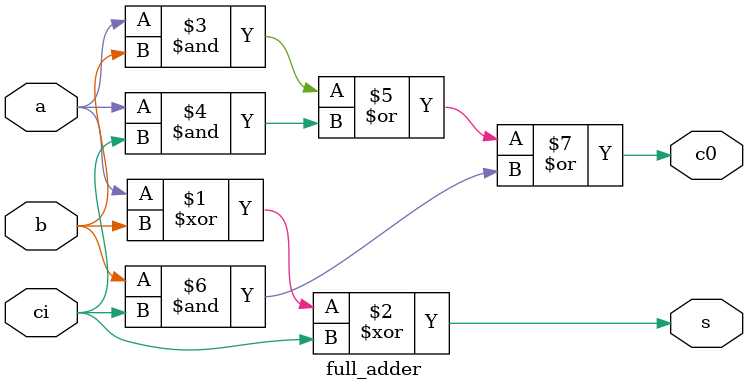
<source format=v>
module ripple_carry_adder_8bit(
    input [7:0] A, B,
	 input cin,  // Carry in
	 output [7:0] S,  // Sum
	 output cout,  //  Carry out
	 output Overflow
);

    wire [7:0] carry;
	 
	 full_adder FA0(A[0], B[0], cin, S[0], carry[0]);
	 full_adder FA1(A[1], B[1], carry[0], S[1], carry[1]);
	 full_adder FA2(A[2], B[2], carry[1], S[2], carry[2]);
	 full_adder FA3(A[3], B[3], carry[2], S[3], carry[3]);
	 full_adder FA4(A[4], B[4], carry[3], S[4], carry[4]);
	 full_adder FA5(A[5], B[5], carry[4], S[5], carry[5]);
	 full_adder FA6(A[6], B[6], carry[5], S[6], carry[6]);
	 full_adder FA7(A[7], B[7], carry[6], S[7], carry[7]);
	 //Overflow : Carry in XOR Carry out
	 //assign Overflow = carry[6] ^ cout;
	 assign Overflow = carry[6] ^ carry[7];
	 assign cout = carry[7];
	 
endmodule
	 

// Todo: 
// 1. Carry in always 0;
// 2. 

module full_adder(
    input a,b,ci,
    output s,c0
);

    assign s = a ^ b ^ci;
	 assign c0 = (a & b) | (a & ci) | (b & ci);
	 
endmodule

</source>
